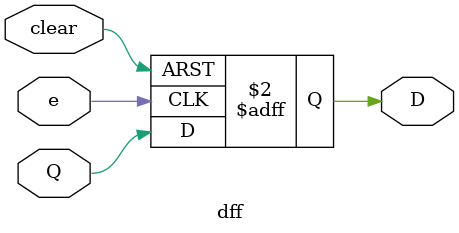
<source format=v>
`timescale 1ns / 1ps


module dff (Q,D,e,clear);    
output D;
// data output    
input Q; 
input e;
// data input 
   input clear; 
    reg D; 
    always @(posedge e, posedge clear)  
      begin     
        if
     (clear)        
       D=1'b0;       
       else 
       #60 
        D=Q; 
       end 
   
 endmodule 
</source>
